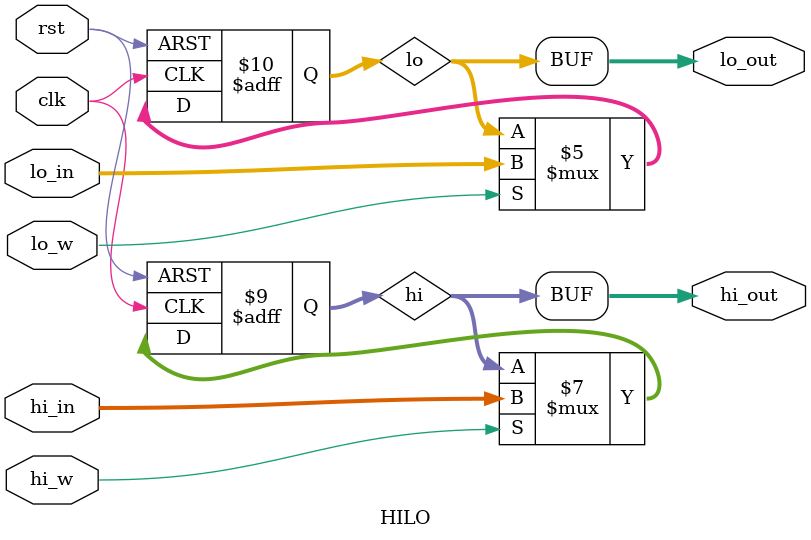
<source format=v>
module HILO(
input clk,
input rst,
input [31:0]hi_in,
input [31:0]lo_in,
input hi_w,
input lo_w,
output [31:0]hi_out,
output [31:0]lo_out
    );
    reg [31:0]hi;
    reg [31:0]lo;
    
    assign hi_out=hi;
    assign lo_out=lo;
    
    always @(negedge clk or posedge rst)
    begin
    if(rst==1'b1)
    begin
    hi<=32'b0;
    lo<=32'b0;
    end
    else
    begin
        if(hi_w==1)
        begin
        hi<=hi_in;
        end
        else
        begin
        end
        
        if(lo_w==1)
        begin
        lo<=lo_in;
        end
        else
        begin
        end
        
    end
    
    
    end
    
endmodule

</source>
